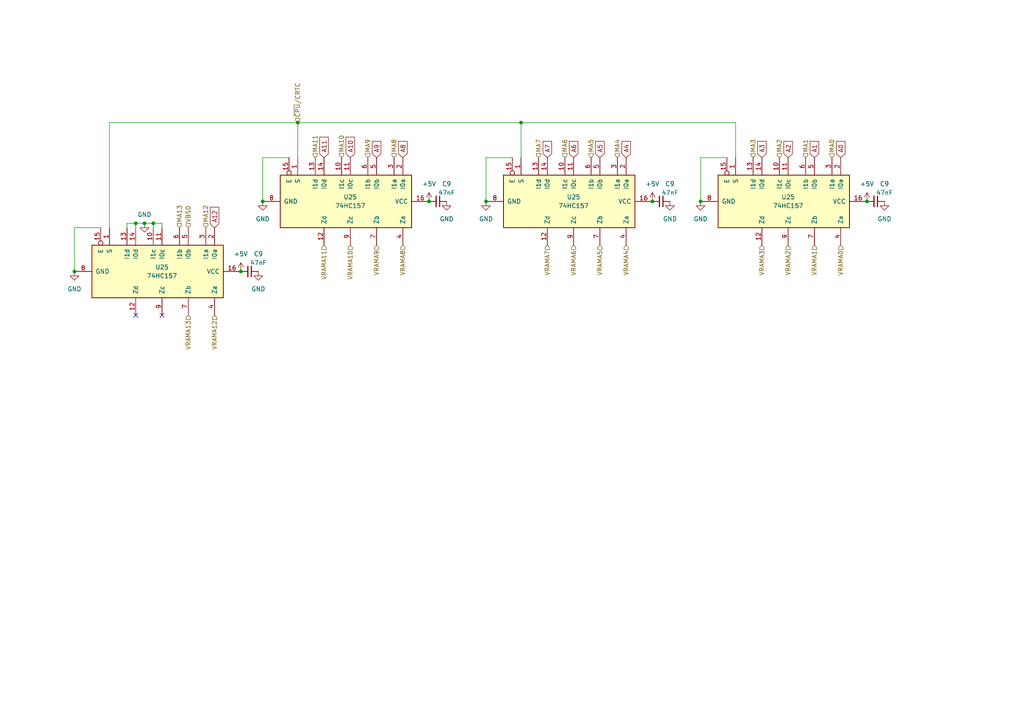
<source format=kicad_sch>
(kicad_sch (version 20230121) (generator eeschema)
  (paper "A4")
  (lib_symbols
    (symbol "74xx:74LS157" (pin_names (offset 1.016))
      (property "Reference" "U" (at -7.62 19.05 0))
      (property "Value" "74LS157" (at -7.62 -21.59 0))
      (symbol "74LS157_1_0"
        (pin input line (at -12.7 -15.24 0) (length 5.08) (name "S") (number "1"))
        (pin input line (at -12.7 -2.54 0) (length 5.08) (name "I1c") (number "10"))
        (pin input line (at -12.7 0 0) (length 5.08) (name "I0c") (number "11"))
        (pin output line (at 12.7 -7.62 180) (length 5.08) (name "Zd") (number "12"))
        (pin input line (at -12.7 -10.16 0) (length 5.08) (name "I1d") (number "13"))
        (pin input line (at -12.7 -7.62 0) (length 5.08) (name "I0d") (number "14"))
        (pin input inverted (at -12.7 -17.78 0) (length 5.08) (name "E") (number "15"))
        (pin power_in line (at 0 22.86 270) (length 5.08) (name "VCC") (number "16"))
        (pin input line (at -12.7 15.24 0) (length 5.08) (name "I0a") (number "2"))
        (pin input line (at -12.7 12.7 0) (length 5.08) (name "I1a") (number "3"))
        (pin output line (at 12.7 15.24 180) (length 5.08) (name "Za") (number "4"))
        (pin input line (at -12.7 7.62 0) (length 5.08) (name "I0b") (number "5"))
        (pin input line (at -12.7 5.08 0) (length 5.08) (name "I1b") (number "6"))
        (pin output line (at 12.7 7.62 180) (length 5.08) (name "Zb") (number "7"))
        (pin power_in line (at 0 -25.4 90) (length 5.08) (name "GND") (number "8"))
        (pin output line (at 12.7 0 180) (length 5.08) (name "Zc") (number "9"))
      )
      (symbol "74LS157_1_1"
        (rectangle (start -7.62 17.78) (end 7.62 -20.32) (stroke (width 0.254)) (fill (type background)))
      )
    )
    (symbol "Device:C_Small" (pin_numbers hide) (pin_names (offset 0.254) hide)
      (property "Reference" "C" (at 0.254 1.778 0))
      (property "Value" "C_Small" (at 0.254 -2.032 0))
      (symbol "C_Small_0_1"
        (polyline (pts (xy -1.524 -0.508) (xy 1.524 -0.508)) (stroke (width 0.3302)))
        (polyline (pts (xy -1.524 0.508) (xy 1.524 0.508)) (stroke (width 0.3048)))
      )
      (symbol "C_Small_1_1"
        (pin passive line (at 0 2.54 270) (length 2.032) (name "~") (number "1"))
        (pin passive line (at 0 -2.54 90) (length 2.032) (name "~") (number "2"))
      )
    )
    (symbol "power:+5V" (power) (pin_names (offset 0))
      (property "Value" "+5V" (at 0 3.556 0))
      (symbol "+5V_0_1"
        (polyline (pts (xy -0.762 1.27) (xy 0 2.54)))
        (polyline (pts (xy 0 0) (xy 0 2.54)))
        (polyline (pts (xy 0 2.54) (xy 0.762 1.27)))
      )
      (symbol "+5V_1_1"
        (pin power_in line (at 0 0 90) (length 0) hide (name "+5V") (number "1"))
      )
    )
    (symbol "power:GND" (power) (pin_names (offset 0))
      (property "Value" "GND" (at 0 -3.81 0))
      (symbol "GND_0_1"
        (polyline (pts (xy 0 0) (xy 0 -1.27) (xy 1.27 -1.27) (xy 0 -2.54) (xy -1.27 -1.27) (xy 0 -1.27)))
      )
      (symbol "GND_1_1"
        (pin power_in line (at 0 0 270) (length 0) hide (name "GND") (number "1"))
      )
    )
  )
  (junction (at 39.37 64.77))
  (junction (at 69.85 78.74))
  (junction (at 251.46 58.42))
  (junction (at 203.2 58.42))
  (junction (at 86.36 35.56))
  (junction (at 151.13 35.56))
  (junction (at 76.2 58.42))
  (junction (at 124.46 58.42))
  (junction (at 44.45 64.77))
  (junction (at 189.23 58.42))
  (junction (at 140.97 58.42))
  (junction (at 41.91 64.77))
  (junction (at 21.59 78.74))
  (no_connect (at 46.99 91.44))
  (no_connect (at 39.37 91.44))
  (wire (pts (xy 44.45 64.77) (xy 46.99 64.77)))
  (wire (pts (xy 213.36 35.56) (xy 151.13 35.56)))
  (wire (pts (xy 76.2 45.72) (xy 76.2 58.42)))
  (wire (pts (xy 83.82 45.72) (xy 76.2 45.72)))
  (wire (pts (xy 151.13 45.72) (xy 151.13 35.56)))
  (wire (pts (xy 203.2 45.72) (xy 203.2 58.42)))
  (wire (pts (xy 210.82 45.72) (xy 203.2 45.72)))
  (wire (pts (xy 36.83 64.77) (xy 39.37 64.77)))
  (wire (pts (xy 148.59 45.72) (xy 140.97 45.72)))
  (wire (pts (xy 86.36 35.56) (xy 86.36 45.72)))
  (wire (pts (xy 21.59 66.04) (xy 21.59 78.74)))
  (wire (pts (xy 39.37 64.77) (xy 41.91 64.77)))
  (wire (pts (xy 41.91 64.77) (xy 44.45 64.77)))
  (wire (pts (xy 39.37 66.04) (xy 39.37 64.77)))
  (wire (pts (xy 140.97 45.72) (xy 140.97 58.42)))
  (wire (pts (xy 46.99 64.77) (xy 46.99 66.04)))
  (wire (pts (xy 36.83 66.04) (xy 36.83 64.77)))
  (wire (pts (xy 213.36 45.72) (xy 213.36 35.56)))
  (wire (pts (xy 31.75 66.04) (xy 31.75 35.56)))
  (wire (pts (xy 44.45 64.77) (xy 44.45 66.04)))
  (wire (pts (xy 29.21 66.04) (xy 21.59 66.04)))
  (wire (pts (xy 31.75 35.56) (xy 86.36 35.56)))
  (wire (pts (xy 86.36 35.56) (xy 151.13 35.56)))
  (global_label "A9" (shape input) (at 109.22 45.72 90) (property "Intersheetrefs" "${INTERSHEET_REFS}" (effects hide)))
  (global_label "A7" (shape input) (at 158.75 45.72 90) (property "Intersheetrefs" "${INTERSHEET_REFS}" (effects hide)))
  (global_label "A4" (shape input) (at 181.61 45.72 90) (property "Intersheetrefs" "${INTERSHEET_REFS}" (effects hide)))
  (global_label "A12" (shape input) (at 62.23 66.04 90) (property "Intersheetrefs" "${INTERSHEET_REFS}" (effects hide)))
  (global_label "A1" (shape input) (at 236.22 45.72 90) (property "Intersheetrefs" "${INTERSHEET_REFS}" (effects hide)))
  (global_label "A5" (shape input) (at 173.99 45.72 90) (property "Intersheetrefs" "${INTERSHEET_REFS}" (effects hide)))
  (global_label "A6" (shape input) (at 166.37 45.72 90) (property "Intersheetrefs" "${INTERSHEET_REFS}" (effects hide)))
  (global_label "A11" (shape input) (at 93.98 45.72 90) (property "Intersheetrefs" "${INTERSHEET_REFS}" (effects hide)))
  (global_label "A0" (shape input) (at 243.84 45.72 90) (property "Intersheetrefs" "${INTERSHEET_REFS}" (effects hide)))
  (global_label "A8" (shape input) (at 116.84 45.72 90) (property "Intersheetrefs" "${INTERSHEET_REFS}" (effects hide)))
  (global_label "A10" (shape input) (at 101.6 45.72 90) (property "Intersheetrefs" "${INTERSHEET_REFS}" (effects hide)))
  (global_label "A2" (shape input) (at 228.6 45.72 90) (property "Intersheetrefs" "${INTERSHEET_REFS}" (effects hide)))
  (global_label "A3" (shape input) (at 220.98 45.72 90) (property "Intersheetrefs" "${INTERSHEET_REFS}" (effects hide)))
  (hierarchical_label "MA3" (shape input) (at 218.44 45.72 90))
  (hierarchical_label "VBS0" (shape input) (at 54.61 66.04 90))
  (hierarchical_label "VRAMA9" (shape input) (at 109.22 71.12 270))
  (hierarchical_label "MA12" (shape input) (at 59.69 66.04 90))
  (hierarchical_label "MA4" (shape input) (at 179.07 45.72 90))
  (hierarchical_label "MA1" (shape input) (at 233.68 45.72 90))
  (hierarchical_label "VRAMA6" (shape input) (at 166.37 71.12 270))
  (hierarchical_label "VRAMA1" (shape input) (at 236.22 71.12 270))
  (hierarchical_label "MA9" (shape input) (at 106.68 45.72 90))
  (hierarchical_label "VRAMA13" (shape input) (at 54.61 91.44 270))
  (hierarchical_label "VRAMA7" (shape input) (at 158.75 71.12 270))
  (hierarchical_label "VRAMA8" (shape input) (at 116.84 71.12 270))
  (hierarchical_label "MA11" (shape input) (at 91.44 45.72 90))
  (hierarchical_label "VRAMA10" (shape input) (at 101.6 71.12 270))
  (hierarchical_label "MA10" (shape input) (at 99.06 45.72 90))
  (hierarchical_label "VRAMA5" (shape input) (at 173.99 71.12 270))
  (hierarchical_label "VRAMA2" (shape input) (at 228.6 71.12 270))
  (hierarchical_label "VRAMA0" (shape input) (at 243.84 71.12 270))
  (hierarchical_label "VRAMA3" (shape input) (at 220.98 71.12 270))
  (hierarchical_label "MA8" (shape input) (at 114.3 45.72 90))
  (hierarchical_label "VRAMA11" (shape input) (at 93.98 71.12 270))
  (hierarchical_label "MA6" (shape input) (at 163.83 45.72 90))
  (hierarchical_label "MA13" (shape input) (at 52.07 66.04 90))
  (hierarchical_label "MA0" (shape input) (at 241.3 45.72 90))
  (hierarchical_label "MA5" (shape input) (at 171.45 45.72 90))
  (hierarchical_label "~{CPU}{slash}CRTC" (shape input) (at 86.36 35.56 90))
  (hierarchical_label "MA7" (shape input) (at 156.21 45.72 90))
  (hierarchical_label "MA2" (shape input) (at 226.06 45.72 90))
  (hierarchical_label "VRAMA4" (shape input) (at 181.61 71.12 270))
  (hierarchical_label "VRAMA12" (shape input) (at 62.23 91.44 270))
  (symbol (lib_id "74xx:74LS157") (at 228.6 58.42 270) (unit 1)
    (property "Reference" "U25" (at 228.6 57.15 90))
    (property "Value" "74HC157" (at 228.6 59.69 90))
    (property "Footprint" "Package_SO:SOIC-16_3.9x9.9mm_P1.27mm" (effects hide))
    (property "Datasheet" "http://www.ti.com/lit/gpn/sn74LS157" (effects hide))
    (instances (project "Micro" (path "" (reference "U25") (unit 1)) (path "" (reference "U28") (unit 1)) (path "" (reference "U41") (unit 1))))
  )
  (symbol (lib_id "power:GND") (at 203.2 58.42 0) (unit 1)
    (property "Reference" "#PWR049" (effects hide))
    (property "Value" "GND" (at 203.2 63.5 0))
    (instances (project "Micro" (path "" (reference "#PWR049") (unit 1)) (path "" (reference "#PWR070") (unit 1))))
  )
  (symbol (lib_id "power:GND") (at 256.54 58.42 0) (mirror y) (unit 1)
    (property "Reference" "#PWR0128" (effects hide))
    (property "Value" "GND" (at 256.54 63.5 0))
    (instances (project "Micro" (path "" (reference "#PWR0128") (unit 1)) (path "" (reference "#PWR0155") (unit 1)) (path "" (reference "#PWR0156") (unit 1))))
  )
  (symbol (lib_id "74xx:74LS157") (at 166.37 58.42 270) (unit 1)
    (property "Reference" "U25" (at 166.37 57.15 90))
    (property "Value" "74HC157" (at 166.37 59.69 90))
    (property "Footprint" "Package_SO:SOIC-16_3.9x9.9mm_P1.27mm" (effects hide))
    (property "Datasheet" "http://www.ti.com/lit/gpn/sn74LS157" (effects hide))
    (instances (project "Micro" (path "" (reference "U25") (unit 1)) (path "" (reference "U27") (unit 1)) (path "" (reference "U40") (unit 1))))
  )
  (symbol (lib_id "Device:C_Small") (at 127 58.42 270) (mirror x) (unit 1)
    (property "Reference" "C9" (at 129.54 53.34 90))
    (property "Value" "47nF" (at 129.54 55.88 90))
    (property "Footprint" "Capacitor_SMD:C_0603_1608Metric_Pad1.08x0.95mm_HandSolder" (effects hide))
    (instances (project "Micro" (path "" (reference "C9") (unit 1)) (path "" (reference "C32") (unit 1)) (path "" (reference "C33") (unit 1))))
  )
  (symbol (lib_id "Device:C_Small") (at 254 58.42 270) (mirror x) (unit 1)
    (property "Reference" "C9" (at 256.54 53.34 90))
    (property "Value" "47nF" (at 256.54 55.88 90))
    (property "Footprint" "Capacitor_SMD:C_0603_1608Metric_Pad1.08x0.95mm_HandSolder" (effects hide))
    (instances (project "Micro" (path "" (reference "C9") (unit 1)) (path "" (reference "C36") (unit 1)) (path "" (reference "C37") (unit 1))))
  )
  (symbol (lib_id "power:+5V") (at 124.46 58.42 0) (unit 1)
    (property "Reference" "#PWR043" (effects hide))
    (property "Value" "+5V" (at 124.46 53.34 0))
    (instances (project "Micro" (path "" (reference "#PWR043") (unit 1)) (path "" (reference "#PWR067") (unit 1))))
  )
  (symbol (lib_id "power:+5V") (at 251.46 58.42 0) (unit 1)
    (property "Reference" "#PWR045" (effects hide))
    (property "Value" "+5V" (at 251.46 53.34 0))
    (instances (project "Micro" (path "" (reference "#PWR045") (unit 1)) (path "" (reference "#PWR071") (unit 1))))
  )
  (symbol (lib_id "power:GND") (at 129.54 58.42 0) (mirror y) (unit 1)
    (property "Reference" "#PWR0128" (effects hide))
    (property "Value" "GND" (at 129.54 63.5 0))
    (instances (project "Micro" (path "" (reference "#PWR0128") (unit 1)) (path "" (reference "#PWR0151") (unit 1)) (path "" (reference "#PWR0152") (unit 1))))
  )
  (symbol (lib_id "power:GND") (at 21.59 78.74 0) (unit 1)
    (property "Reference" "#PWR0166" (effects hide))
    (property "Value" "GND" (at 21.59 83.82 0))
    (instances (project "Micro" (path "" (reference "#PWR0166") (unit 1)) (path "" (reference "#PWR066") (unit 1))))
  )
  (symbol (lib_id "power:GND") (at 76.2 58.42 0) (unit 1)
    (property "Reference" "#PWR047" (effects hide))
    (property "Value" "GND" (at 76.2 63.5 0))
    (instances (project "Micro" (path "" (reference "#PWR047") (unit 1)) (path "" (reference "#PWR066") (unit 1))))
  )
  (symbol (lib_id "power:GND") (at 194.31 58.42 0) (mirror y) (unit 1)
    (property "Reference" "#PWR0128" (effects hide))
    (property "Value" "GND" (at 194.31 63.5 0))
    (instances (project "Micro" (path "" (reference "#PWR0128") (unit 1)) (path "" (reference "#PWR0153") (unit 1)) (path "" (reference "#PWR0154") (unit 1))))
  )
  (symbol (lib_id "power:GND") (at 41.91 64.77 0) (unit 1)
    (property "Reference" "#PWR0169" (effects hide))
    (property "Value" "GND" (at 41.91 62.23 0))
  )
  (symbol (lib_id "power:GND") (at 74.93 78.74 0) (mirror y) (unit 1)
    (property "Reference" "#PWR0128" (effects hide))
    (property "Value" "GND" (at 74.93 83.82 0))
    (instances (project "Micro" (path "" (reference "#PWR0128") (unit 1)) (path "" (reference "#PWR0168") (unit 1)) (path "" (reference "#PWR0152") (unit 1))))
  )
  (symbol (lib_id "74xx:74LS157") (at 101.6 58.42 270) (unit 1)
    (property "Reference" "U25" (at 101.6 57.15 90))
    (property "Value" "74HC157" (at 101.6 59.69 90))
    (property "Footprint" "Package_SO:SOIC-16_3.9x9.9mm_P1.27mm" (effects hide))
    (property "Datasheet" "http://www.ti.com/lit/gpn/sn74LS157" (effects hide))
    (instances (project "Micro" (path "" (reference "U25") (unit 1)) (path "" (reference "U26") (unit 1)) (path "" (reference "U39") (unit 1))))
  )
  (symbol (lib_id "power:+5V") (at 189.23 58.42 0) (unit 1)
    (property "Reference" "#PWR044" (effects hide))
    (property "Value" "+5V" (at 189.23 53.34 0))
    (instances (project "Micro" (path "" (reference "#PWR044") (unit 1)) (path "" (reference "#PWR069") (unit 1))))
  )
  (symbol (lib_id "power:GND") (at 140.97 58.42 0) (unit 1)
    (property "Reference" "#PWR048" (effects hide))
    (property "Value" "GND" (at 140.97 63.5 0))
    (instances (project "Micro" (path "" (reference "#PWR048") (unit 1)) (path "" (reference "#PWR068") (unit 1))))
  )
  (symbol (lib_id "74xx:74LS157") (at 46.99 78.74 270) (unit 1)
    (property "Reference" "U25" (at 46.99 77.47 90))
    (property "Value" "74HC157" (at 46.99 80.01 90))
    (property "Footprint" "Package_SO:SOIC-16_3.9x9.9mm_P1.27mm" (effects hide))
    (property "Datasheet" "http://www.ti.com/lit/gpn/sn74LS157" (effects hide))
    (instances (project "Micro" (path "" (reference "U25") (unit 1)) (path "" (reference "U33") (unit 1)) (path "" (reference "U39") (unit 1))))
  )
  (symbol (lib_id "Device:C_Small") (at 72.39 78.74 270) (mirror x) (unit 1)
    (property "Reference" "C9" (at 74.93 73.66 90))
    (property "Value" "47nF" (at 74.93 76.2 90))
    (property "Footprint" "Capacitor_SMD:C_0603_1608Metric_Pad1.08x0.95mm_HandSolder" (effects hide))
    (instances (project "Micro" (path "" (reference "C9") (unit 1)) (path "" (reference "C47") (unit 1)) (path "" (reference "C33") (unit 1))))
  )
  (symbol (lib_id "Device:C_Small") (at 191.77 58.42 270) (mirror x) (unit 1)
    (property "Reference" "C9" (at 194.31 53.34 90))
    (property "Value" "47nF" (at 194.31 55.88 90))
    (property "Footprint" "Capacitor_SMD:C_0603_1608Metric_Pad1.08x0.95mm_HandSolder" (effects hide))
    (instances (project "Micro" (path "" (reference "C9") (unit 1)) (path "" (reference "C34") (unit 1)) (path "" (reference "C35") (unit 1))))
  )
  (symbol (lib_id "power:+5V") (at 69.85 78.74 0) (unit 1)
    (property "Reference" "#PWR0167" (effects hide))
    (property "Value" "+5V" (at 69.85 73.66 0))
    (instances (project "Micro" (path "" (reference "#PWR0167") (unit 1)) (path "" (reference "#PWR067") (unit 1))))
  )
)
</source>
